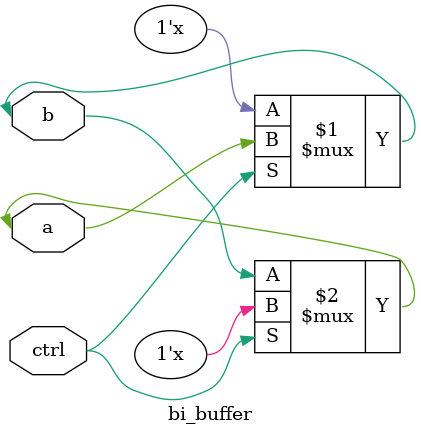
<source format=v>
module bi_buffer(a,b,ctrl);
input ctrl;
inout a,b;
bufif1 b1(b,a,ctrl);
bufif0 b2(a,b,ctrl);
endmodule

</source>
